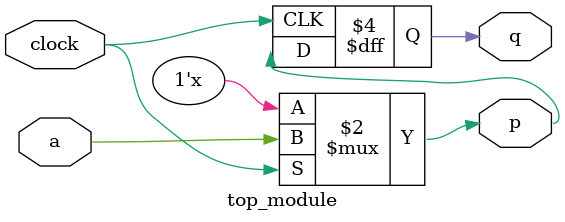
<source format=v>
module top_module (
    input clock,
    input a,
    output p,
    output reg q);
    
    always @(*) p <= (clock)?a:p;
    
    always @(negedge clock) q <= p;
    
endmodule

</source>
